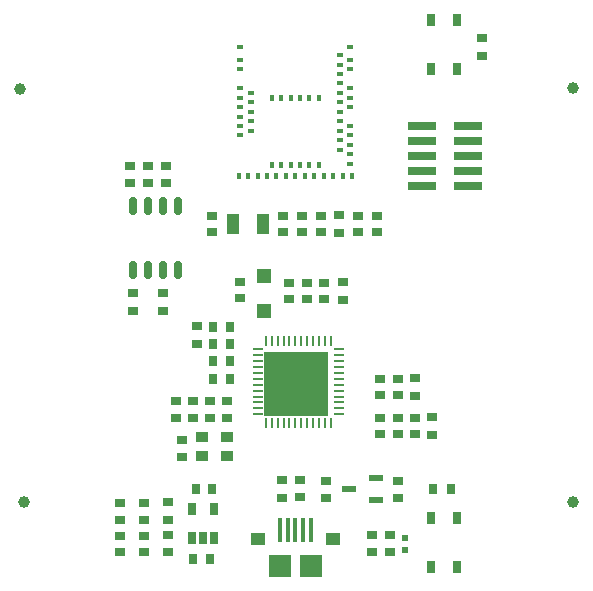
<source format=gtp>
G04*
G04 #@! TF.GenerationSoftware,Altium Limited,Altium Designer,18.1.7 (191)*
G04*
G04 Layer_Color=8421504*
%FSLAX25Y25*%
%MOIN*%
G70*
G01*
G75*
%ADD18R,0.03150X0.03543*%
%ADD19R,0.02362X0.01575*%
%ADD20C,0.03937*%
%ADD21R,0.03543X0.03150*%
%ADD22R,0.02559X0.04134*%
%ADD23R,0.03543X0.02756*%
G04:AMPARAMS|DCode=24|XSize=94.49mil|YSize=29.13mil|CornerRadius=4.37mil|HoleSize=0mil|Usage=FLASHONLY|Rotation=180.000|XOffset=0mil|YOffset=0mil|HoleType=Round|Shape=RoundedRectangle|*
%AMROUNDEDRECTD24*
21,1,0.09449,0.02039,0,0,180.0*
21,1,0.08575,0.02913,0,0,180.0*
1,1,0.00874,-0.04287,0.01020*
1,1,0.00874,0.04287,0.01020*
1,1,0.00874,0.04287,-0.01020*
1,1,0.00874,-0.04287,-0.01020*
%
%ADD24ROUNDEDRECTD24*%
%ADD25R,0.03937X0.07087*%
%ADD26R,0.01968X0.02362*%
%ADD27R,0.04803X0.04921*%
%ADD28R,0.03189X0.00866*%
%ADD29R,0.00866X0.03189*%
%ADD30R,0.21260X0.21260*%
%ADD31R,0.04528X0.02362*%
%ADD32R,0.02756X0.03543*%
%ADD33R,0.01575X0.08268*%
%ADD34R,0.05118X0.03937*%
%ADD35R,0.07480X0.07480*%
%ADD36R,0.02559X0.04331*%
%ADD37R,0.03976X0.03189*%
G04:AMPARAMS|DCode=38|XSize=61.02mil|YSize=23.62mil|CornerRadius=5.91mil|HoleSize=0mil|Usage=FLASHONLY|Rotation=270.000|XOffset=0mil|YOffset=0mil|HoleType=Round|Shape=RoundedRectangle|*
%AMROUNDEDRECTD38*
21,1,0.06102,0.01181,0,0,270.0*
21,1,0.04921,0.02362,0,0,270.0*
1,1,0.01181,-0.00591,-0.02461*
1,1,0.01181,-0.00591,0.02461*
1,1,0.01181,0.00591,0.02461*
1,1,0.01181,0.00591,-0.02461*
%
%ADD38ROUNDEDRECTD38*%
%ADD39R,0.01575X0.02362*%
G36*
X106137Y62764D02*
X92740D01*
Y76161D01*
X106137D01*
Y62764D01*
D02*
G37*
D18*
X76551Y70441D02*
D03*
X71039D02*
D03*
X64484Y10236D02*
D03*
X69996D02*
D03*
X65272Y33858D02*
D03*
X70784D02*
D03*
X71039Y82072D02*
D03*
X76551D02*
D03*
X71039Y87797D02*
D03*
X76551D02*
D03*
D19*
X116732Y142126D02*
D03*
Y145275D02*
D03*
X80118Y151575D02*
D03*
Y154724D02*
D03*
Y176771D02*
D03*
Y173622D02*
D03*
Y157874D02*
D03*
X113189Y175197D02*
D03*
Y168897D02*
D03*
X80118Y167323D02*
D03*
X113189Y153149D02*
D03*
Y162598D02*
D03*
Y156299D02*
D03*
Y150000D02*
D03*
X116732Y148425D02*
D03*
Y164173D02*
D03*
Y151575D02*
D03*
X83661Y165748D02*
D03*
Y162598D02*
D03*
X113189Y146850D02*
D03*
X116732Y154724D02*
D03*
Y161023D02*
D03*
X113189Y159449D02*
D03*
Y165748D02*
D03*
X116732Y167323D02*
D03*
X83661Y156299D02*
D03*
Y159449D02*
D03*
X116732Y176772D02*
D03*
Y173622D02*
D03*
X113189Y172047D02*
D03*
Y178347D02*
D03*
X116732Y181102D02*
D03*
X80118Y161024D02*
D03*
Y164173D02*
D03*
X83661Y153149D02*
D03*
X80118Y181102D02*
D03*
D20*
X190945Y167323D02*
D03*
Y29528D02*
D03*
X7874D02*
D03*
X6666Y167036D02*
D03*
D21*
X55836Y12759D02*
D03*
Y18271D02*
D03*
X70669Y124827D02*
D03*
Y119315D02*
D03*
X125787Y124803D02*
D03*
Y119291D02*
D03*
X119275D02*
D03*
Y124803D02*
D03*
X106890D02*
D03*
Y119291D02*
D03*
X100591Y124803D02*
D03*
Y119291D02*
D03*
X94291Y124827D02*
D03*
Y119315D02*
D03*
X124107Y18272D02*
D03*
Y12760D02*
D03*
X102206Y96977D02*
D03*
Y102488D02*
D03*
X96480Y96977D02*
D03*
Y102488D02*
D03*
X80094Y97244D02*
D03*
Y102756D02*
D03*
X132497Y70497D02*
D03*
Y64985D02*
D03*
X126772Y70497D02*
D03*
Y64985D02*
D03*
X138230Y57472D02*
D03*
Y51961D02*
D03*
X132505Y57472D02*
D03*
Y51961D02*
D03*
X126780Y57472D02*
D03*
Y51961D02*
D03*
X132654Y36238D02*
D03*
Y30726D02*
D03*
X108661Y36238D02*
D03*
Y30726D02*
D03*
X48031Y12672D02*
D03*
Y18184D02*
D03*
X60584Y50000D02*
D03*
Y44488D02*
D03*
X75741Y62982D02*
D03*
Y57471D02*
D03*
X69996Y62982D02*
D03*
Y57471D02*
D03*
X64271Y62982D02*
D03*
Y57471D02*
D03*
X43307Y135827D02*
D03*
Y141339D02*
D03*
X39944Y12672D02*
D03*
Y18184D02*
D03*
X107931Y102488D02*
D03*
Y96977D02*
D03*
D22*
X152264Y190059D02*
D03*
X143799Y173721D02*
D03*
X152264D02*
D03*
X143799Y190059D02*
D03*
X152264Y7579D02*
D03*
X143799Y23917D02*
D03*
X152264D02*
D03*
X143799Y7579D02*
D03*
D23*
X160630Y178150D02*
D03*
Y184055D02*
D03*
X112975Y119095D02*
D03*
Y125000D02*
D03*
X129921Y12563D02*
D03*
Y18469D02*
D03*
X114173Y96780D02*
D03*
Y102685D02*
D03*
X138223Y70694D02*
D03*
Y64788D02*
D03*
X144095Y57669D02*
D03*
Y51764D02*
D03*
X99863Y30906D02*
D03*
Y36811D02*
D03*
X94138Y30803D02*
D03*
Y36709D02*
D03*
X55905Y29311D02*
D03*
Y23405D02*
D03*
X58545Y63218D02*
D03*
Y57313D02*
D03*
X65511Y82087D02*
D03*
Y87992D02*
D03*
X54488Y99016D02*
D03*
Y93110D02*
D03*
X44488Y99016D02*
D03*
Y93110D02*
D03*
X49449Y135630D02*
D03*
Y141535D02*
D03*
X55174Y135630D02*
D03*
Y141535D02*
D03*
X48031Y29224D02*
D03*
Y23319D02*
D03*
X39944Y29224D02*
D03*
Y23319D02*
D03*
D24*
X155905Y154724D02*
D03*
Y149724D02*
D03*
Y144724D02*
D03*
Y139724D02*
D03*
X140551Y134724D02*
D03*
X155905D02*
D03*
X140551Y139724D02*
D03*
Y144724D02*
D03*
Y149724D02*
D03*
Y154724D02*
D03*
D25*
X87599Y122071D02*
D03*
X77756D02*
D03*
D26*
X134996Y13547D02*
D03*
Y17484D02*
D03*
D27*
X87968Y104764D02*
D03*
Y93150D02*
D03*
D28*
X113016Y58630D02*
D03*
Y60598D02*
D03*
Y62567D02*
D03*
Y64535D02*
D03*
Y66504D02*
D03*
Y68472D02*
D03*
Y70441D02*
D03*
Y72409D02*
D03*
Y74378D02*
D03*
Y76346D02*
D03*
Y78315D02*
D03*
Y80283D02*
D03*
X85850D02*
D03*
Y78315D02*
D03*
Y76346D02*
D03*
Y74378D02*
D03*
Y72409D02*
D03*
Y70441D02*
D03*
Y68472D02*
D03*
Y66504D02*
D03*
Y64535D02*
D03*
Y62567D02*
D03*
Y60598D02*
D03*
Y58630D02*
D03*
D29*
X110260Y83039D02*
D03*
X108291D02*
D03*
X106323D02*
D03*
X104354D02*
D03*
X102386D02*
D03*
X100417D02*
D03*
X98449D02*
D03*
X96480D02*
D03*
X94512D02*
D03*
X92543D02*
D03*
X90575D02*
D03*
X88606D02*
D03*
Y55874D02*
D03*
X90575D02*
D03*
X92543D02*
D03*
X94512D02*
D03*
X96480D02*
D03*
X98449D02*
D03*
X100417D02*
D03*
X102386D02*
D03*
X104354D02*
D03*
X106323D02*
D03*
X108291D02*
D03*
X110260D02*
D03*
D30*
X98646Y68669D02*
D03*
D31*
X125280Y29996D02*
D03*
Y37477D02*
D03*
X116422Y33737D02*
D03*
D32*
X150197Y33597D02*
D03*
X144291D02*
D03*
X76748Y76346D02*
D03*
X70843D02*
D03*
D33*
X93307Y20169D02*
D03*
X103543Y20169D02*
D03*
X100984D02*
D03*
X98425D02*
D03*
X95866D02*
D03*
D34*
X111024Y17020D02*
D03*
X85827D02*
D03*
D35*
X93307Y8161D02*
D03*
X103543D02*
D03*
D36*
X63874Y27004D02*
D03*
X71354D02*
D03*
Y17555D02*
D03*
X67614D02*
D03*
X63874D02*
D03*
D37*
X67405Y51039D02*
D03*
X75673D02*
D03*
Y44739D02*
D03*
X67405D02*
D03*
D38*
X44449Y127953D02*
D03*
X49449D02*
D03*
X54449D02*
D03*
X59449D02*
D03*
X59488Y106693D02*
D03*
X54488D02*
D03*
X49488D02*
D03*
X44488D02*
D03*
D39*
X100000Y164173D02*
D03*
X90551D02*
D03*
X93701D02*
D03*
X79528Y138189D02*
D03*
X90551Y141732D02*
D03*
X96850D02*
D03*
X103150D02*
D03*
X106299D02*
D03*
X100000D02*
D03*
X93701D02*
D03*
X88976Y138189D02*
D03*
X107874D02*
D03*
X104724D02*
D03*
X101575D02*
D03*
X92126D02*
D03*
X95276D02*
D03*
X98425D02*
D03*
X85827D02*
D03*
X114173D02*
D03*
X82677D02*
D03*
X117323D02*
D03*
X96850Y164173D02*
D03*
X103150D02*
D03*
X106299D02*
D03*
X111024Y138189D02*
D03*
M02*

</source>
